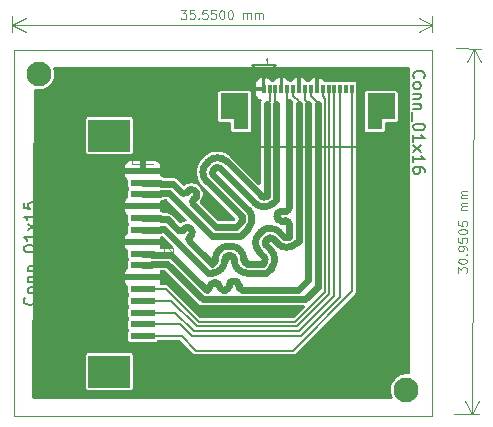
<source format=gbr>
%TF.GenerationSoftware,KiCad,Pcbnew,8.0.3-8.0.3-0~ubuntu22.04.1*%
%TF.CreationDate,2024-07-04T16:51:33+05:30*%
%TF.ProjectId,CSI,4353492e-6b69-4636-9164-5f7063625858,rev?*%
%TF.SameCoordinates,Original*%
%TF.FileFunction,Legend,Bot*%
%TF.FilePolarity,Positive*%
%FSLAX46Y46*%
G04 Gerber Fmt 4.6, Leading zero omitted, Abs format (unit mm)*
G04 Created by KiCad (PCBNEW 8.0.3-8.0.3-0~ubuntu22.04.1) date 2024-07-04 16:51:33*
%MOMM*%
%LPD*%
G01*
G04 APERTURE LIST*
%ADD10C,2.100000*%
%TA.AperFunction,EtchedComponent*%
%ADD11C,0.000000*%
%TD*%
%TA.AperFunction,SMDPad,CuDef*%
%ADD12R,2.000000X0.610000*%
%TD*%
%TA.AperFunction,SMDPad,CuDef*%
%ADD13R,3.600000X2.680000*%
%TD*%
%TA.AperFunction,SMDPad,CuDef*%
%ADD14R,0.300000X0.800000*%
%TD*%
%TA.AperFunction,SMDPad,CuDef*%
%ADD15R,1.300000X3.049999*%
%TD*%
%TA.AperFunction,Conductor*%
%ADD16C,0.600000*%
%TD*%
%TA.AperFunction,Conductor*%
%ADD17C,0.200000*%
%TD*%
%ADD18C,0.000000*%
%ADD19R,2.000000X0.610000*%
%ADD20R,3.600000X2.680000*%
%ADD21R,0.300000X0.800000*%
%ADD22R,1.300000X3.049999*%
%ADD23C,0.100000*%
%ADD24C,0.150000*%
%ADD25C,0.120000*%
%ADD26C,0.152400*%
%TA.AperFunction,Profile*%
%ADD27C,0.100000*%
%TD*%
G04 APERTURE END LIST*
D10*
%TO.C,H2*%
X172350000Y-113950000D03*
%TD*%
%TO.C,H1*%
X141225000Y-87225000D03*
%TD*%
D11*
%TA.AperFunction,EtchedComponent*%
%TO.C,J1*%
G36*
X157724992Y-91075000D02*
G01*
X156624992Y-91075000D01*
X156624992Y-88875000D01*
X157724992Y-88875000D01*
X157724992Y-91075000D01*
G37*
%TD.AperFunction*%
%TA.AperFunction,EtchedComponent*%
G36*
X171424992Y-91075000D02*
G01*
X170324992Y-91075000D01*
X170324992Y-88875000D01*
X171424992Y-88875000D01*
X171424992Y-91075000D01*
G37*
%TD.AperFunction*%
%TD*%
D12*
%TO.P,J2,1,Pin_1*%
%TO.N,GND*%
X150025000Y-95425000D03*
%TO.P,J2,2,Pin_2*%
%TO.N,MIPO_DN0*%
X150025000Y-96425000D03*
%TO.P,J2,3,Pin_3*%
%TO.N,MIPO_DP0*%
X150025000Y-97425000D03*
%TO.P,J2,4,Pin_4*%
%TO.N,GND*%
X150025000Y-98425000D03*
%TO.P,J2,5,Pin_5*%
%TO.N,MIPO_DN1*%
X150025000Y-99425000D03*
%TO.P,J2,6,Pin_6*%
%TO.N,MIPO_DP1*%
X150025000Y-100425000D03*
%TO.P,J2,7,Pin_7*%
%TO.N,GND*%
X150025000Y-101425000D03*
%TO.P,J2,8,Pin_8*%
%TO.N,MIPO_CKN*%
X150025000Y-102425000D03*
%TO.P,J2,9,Pin_9*%
%TO.N,MIPO_CKP*%
X150025000Y-103425000D03*
%TO.P,J2,10,Pin_10*%
%TO.N,GND*%
X150025000Y-104425000D03*
%TO.P,J2,11,Pin_11*%
%TO.N,SENSOR_RSTN*%
X150025000Y-105425000D03*
%TO.P,J2,12,Pin_12*%
%TO.N,SENSOR_CLK*%
X150025000Y-106425000D03*
%TO.P,J2,13,Pin_13*%
%TO.N,I2C_SCL*%
X150025000Y-107425000D03*
%TO.P,J2,14,Pin_14*%
%TO.N,I2C_SDA*%
X150025000Y-108425000D03*
%TO.P,J2,15,Pin_15*%
%TO.N,3V3*%
X150025000Y-109425000D03*
D13*
%TO.P,J2,MP*%
%TO.N,N/C*%
X147225000Y-92435000D03*
X147225000Y-112415000D03*
%TD*%
D14*
%TO.P,J1,1,Pin_1*%
%TO.N,GND*%
X160275000Y-88475000D03*
%TO.P,J1,2,Pin_2*%
%TO.N,MIPO_DN0*%
X160774998Y-88475000D03*
%TO.P,J1,3,Pin_3*%
%TO.N,MIPO_DP0*%
X161275000Y-88475000D03*
%TO.P,J1,4,Pin_4*%
%TO.N,GND*%
X161774999Y-88475000D03*
%TO.P,J1,5,Pin_5*%
%TO.N,MIPO_DN1*%
X162275001Y-88475000D03*
%TO.P,J1,6,Pin_6*%
%TO.N,MIPO_DP1*%
X162775000Y-88475000D03*
%TO.P,J1,7,Pin_7*%
%TO.N,GND*%
X163274999Y-88475000D03*
%TO.P,J1,8,Pin_8*%
%TO.N,MIPO_CKN*%
X163775000Y-88475000D03*
%TO.P,J1,9,Pin_9*%
%TO.N,MIPO_CKP*%
X164274999Y-88475000D03*
%TO.P,J1,10,Pin_10*%
%TO.N,GND*%
X164775001Y-88475000D03*
%TO.P,J1,11,Pin_11*%
%TO.N,SENSOR_RSTN*%
X165275000Y-88475000D03*
%TO.P,J1,12,Pin_12*%
%TO.N,SENSOR_CLK*%
X165774999Y-88475000D03*
%TO.P,J1,13,Pin_13*%
%TO.N,I2C_SCL*%
X166275000Y-88475000D03*
%TO.P,J1,14,Pin_14*%
%TO.N,I2C_SDA*%
X166774999Y-88475000D03*
%TO.P,J1,15,Pin_15*%
%TO.N,unconnected-(J1-Pin_15-Pad15)*%
X167275001Y-88475000D03*
%TO.P,J1,16,Pin_16*%
%TO.N,3V3*%
X167775000Y-88475000D03*
D15*
%TO.P,J1,P1*%
%TO.N,N/C*%
X158375000Y-90400000D03*
%TO.P,J1,P2*%
X169674984Y-90400000D03*
%TD*%
D16*
%TO.N,MIPO_DN1*%
X162450000Y-98524869D02*
G75*
G02*
X162130000Y-98844900I-320000J-31D01*
G01*
X161714911Y-98844869D02*
G75*
G03*
X161394869Y-99164869I-11J-320031D01*
G01*
X161394911Y-99324869D02*
G75*
G03*
X161714911Y-99644889I319989J-31D01*
G01*
X162425736Y-89574264D02*
X162450000Y-89598528D01*
X162450000Y-89598528D02*
X162450000Y-90024869D01*
X162130000Y-98844869D02*
X161714911Y-98844869D01*
X162130000Y-99644869D02*
G75*
G02*
X162450031Y-99964869I0J-320031D01*
G01*
X161394911Y-99164869D02*
X161394911Y-99324869D01*
X162450000Y-99964869D02*
X162450000Y-100124869D01*
X162450000Y-100703453D02*
X162450000Y-100800000D01*
X162450000Y-90024869D02*
X162450000Y-98524869D01*
X161714911Y-99644869D02*
X162130000Y-99644869D01*
X162450000Y-100124869D02*
X162450000Y-100703453D01*
%TO.N,MIPO_DP1*%
X160752944Y-103837741D02*
X160515686Y-104075000D01*
X160894363Y-102140683D02*
G75*
G02*
X160894363Y-103696317I-777863J-777817D01*
G01*
X160894363Y-103696317D02*
X160752944Y-103837741D01*
X163250000Y-100800000D02*
X163250000Y-101340686D01*
X161042856Y-101157805D02*
G75*
G03*
X160618592Y-101157805I-212132J-212132D01*
G01*
X163250000Y-89775002D02*
X163250000Y-100800000D01*
%TO.N,MIPO_DN1*%
X160328679Y-103130633D02*
X160187258Y-103272055D01*
%TO.N,MIPO_DP1*%
X160618592Y-101157805D02*
X160477170Y-101299226D01*
X160477170Y-101299226D02*
G75*
G03*
X160477128Y-101723532I212130J-212174D01*
G01*
X160477170Y-101723490D02*
X160894363Y-102140683D01*
X160515686Y-104075000D02*
X160075000Y-104075000D01*
X161460050Y-101574999D02*
X161042856Y-101157805D01*
%TO.N,MIPO_DN1*%
X160075000Y-103275000D02*
X159592157Y-103275000D01*
%TO.N,MIPO_DP1*%
X163250000Y-101340686D02*
X163015685Y-101574999D01*
X163015685Y-101574999D02*
G75*
G02*
X161460051Y-101574999I-777817J777816D01*
G01*
X160075000Y-104075000D02*
X159592157Y-104075000D01*
%TO.N,MIPO_DN1*%
X160052908Y-100592120D02*
X159911486Y-100733541D01*
X159911486Y-102289176D02*
X160328679Y-102706369D01*
X160187258Y-103272055D02*
X160184314Y-103275000D01*
X160184314Y-103275000D02*
X160075000Y-103275000D01*
X162450000Y-101009314D02*
G75*
G02*
X162025736Y-101009314I-212132J212132D01*
G01*
X161608542Y-100592120D02*
G75*
G03*
X160052908Y-100592120I-777817J-777818D01*
G01*
X159911486Y-100733541D02*
G75*
G03*
X159911444Y-102289217I777814J-777859D01*
G01*
X160328679Y-102706369D02*
G75*
G02*
X160328678Y-103130632I-212179J-212131D01*
G01*
X162450000Y-100800000D02*
X162450000Y-101009314D01*
X162025736Y-101009314D02*
X161608542Y-100592120D01*
D17*
X162275001Y-88475000D02*
X162275001Y-89800003D01*
X162275001Y-89800003D02*
X162350000Y-89875002D01*
D16*
X153014990Y-100399304D02*
G75*
G03*
X153467538Y-100399304I226274J226273D01*
G01*
X153580676Y-100286167D02*
G75*
G02*
X154033224Y-100286167I226274J-226273D01*
G01*
X154146361Y-100851852D02*
X154033222Y-100964988D01*
X155094999Y-102479313D02*
X155282843Y-102667157D01*
X154146361Y-100399304D02*
G75*
G02*
X154146383Y-100851874I-226261J-226296D01*
G01*
X154033222Y-100964988D02*
G75*
G03*
X154033184Y-101417574I226278J-226312D01*
G01*
X154146360Y-101530674D02*
X155094999Y-102479313D01*
X152553134Y-99937448D02*
X153014990Y-100399304D01*
X153467538Y-100399304D02*
X153580676Y-100286167D01*
X154033222Y-101417536D02*
X154146360Y-101530674D01*
X154033224Y-100286167D02*
X154146361Y-100399304D01*
%TO.N,MIPO_DP1*%
X151987448Y-100503134D02*
X154717157Y-103232843D01*
X157490686Y-102595000D02*
G75*
G02*
X157790700Y-102895000I14J-300000D01*
G01*
X155890686Y-104075000D02*
G75*
G03*
X156990700Y-102975000I14J1100000D01*
G01*
%TO.N,MIPO_DN1*%
X155282843Y-102667157D02*
X155890686Y-103275000D01*
X158890686Y-103275000D02*
X159090686Y-103275000D01*
X156190686Y-102895000D02*
G75*
G02*
X157290686Y-101794986I1100014J0D01*
G01*
X157490686Y-101795000D02*
G75*
G02*
X158590700Y-102895000I14J-1100000D01*
G01*
X158590686Y-102975000D02*
G75*
G03*
X158890686Y-103275014I300014J0D01*
G01*
X157290686Y-101795000D02*
X157490686Y-101795000D01*
X159090686Y-103275000D02*
X159592157Y-103275000D01*
X155890686Y-103275000D02*
G75*
G03*
X156190700Y-102975000I14J300000D01*
G01*
%TO.N,MIPO_DP1*%
X159090686Y-104075000D02*
X159592157Y-104075000D01*
X157790686Y-102895000D02*
X157790686Y-102975000D01*
X156990686Y-102975000D02*
X156990686Y-102895000D01*
X158890686Y-104075000D02*
X159090686Y-104075000D01*
%TO.N,MIPO_DN1*%
X156190686Y-102975000D02*
X156190686Y-102895000D01*
%TO.N,MIPO_DP1*%
X157290686Y-102595000D02*
X157490686Y-102595000D01*
X155559314Y-104075000D02*
X155890686Y-104075000D01*
X156990686Y-102895000D02*
G75*
G02*
X157290686Y-102594986I300014J0D01*
G01*
%TO.N,MIPO_DN1*%
X158590686Y-102895000D02*
X158590686Y-102975000D01*
%TO.N,MIPO_DP1*%
X154717157Y-103232843D02*
X155559314Y-104075000D01*
X157790686Y-102975000D02*
G75*
G03*
X158890686Y-104075014I1100014J0D01*
G01*
%TO.N,MIPO_DN0*%
X152784869Y-96719183D02*
X152590686Y-96525000D01*
X153198853Y-97133167D02*
X152784869Y-96719183D01*
X153311988Y-97246301D02*
X153198853Y-97133167D01*
X153945596Y-97065243D02*
X153764537Y-97246301D01*
X152590686Y-96525000D02*
X151625001Y-96525000D01*
X154330224Y-97811989D02*
X154511282Y-97630930D01*
X151625001Y-96525000D02*
X151525001Y-96425000D01*
X155372037Y-99306351D02*
X154330224Y-98264538D01*
X153764537Y-97246301D02*
G75*
G02*
X153311989Y-97246301I-226274J226274D01*
G01*
X154398144Y-97065243D02*
G75*
G03*
X153945596Y-97065243I-226274J-226273D01*
G01*
X151525001Y-96425000D02*
X150025000Y-96425000D01*
X154511282Y-97630930D02*
G75*
G03*
X154511238Y-97178426I-226282J226230D01*
G01*
X154511282Y-97178381D02*
X154398144Y-97065243D01*
X154330224Y-98264538D02*
G75*
G02*
X154330260Y-97812026I226276J226238D01*
G01*
%TO.N,MIPO_CKN*%
X154844617Y-104903931D02*
X155440686Y-105500000D01*
X152465686Y-102525000D02*
X154844617Y-104903931D01*
X155440686Y-105500000D02*
G75*
G03*
X155740700Y-105200000I14J300000D01*
G01*
X150820000Y-102525000D02*
X152465686Y-102525000D01*
X163175000Y-105500000D02*
X164050000Y-104625000D01*
X150720000Y-102425000D02*
X150820000Y-102525000D01*
X164050000Y-104625000D02*
X164050000Y-89800000D01*
X150025000Y-102425000D02*
X150720000Y-102425000D01*
X155740686Y-105200000D02*
G75*
G02*
X156040686Y-104899986I300014J0D01*
G01*
X158160686Y-105180000D02*
G75*
G03*
X158480686Y-105500014I320014J0D01*
G01*
X157840686Y-104752357D02*
G75*
G02*
X158160743Y-105072357I14J-320043D01*
G01*
X157360686Y-105072357D02*
G75*
G02*
X157680686Y-104752386I320014J-43D01*
G01*
X157040686Y-105500000D02*
G75*
G03*
X157360700Y-105180000I14J320000D01*
G01*
X158640686Y-105500000D02*
X159463556Y-105500000D01*
X156240686Y-104900000D02*
G75*
G02*
X156540700Y-105200000I14J-300000D01*
G01*
X156540686Y-105200000D02*
G75*
G03*
X156840686Y-105500014I300014J0D01*
G01*
X156040686Y-104900000D02*
X156240686Y-104900000D01*
X156840686Y-105500000D02*
X157040686Y-105500000D01*
X157360686Y-105180000D02*
X157360686Y-105072357D01*
X157680686Y-104752357D02*
X157840686Y-104752357D01*
X159463556Y-105500000D02*
X163175000Y-105500000D01*
X158160686Y-105072357D02*
X158160686Y-105180000D01*
X158480686Y-105500000D02*
X158640686Y-105500000D01*
%TO.N,MIPO_DN0*%
X155447972Y-96325663D02*
X158403678Y-99281369D01*
X158262258Y-99847055D02*
X157936976Y-100172338D01*
X160525000Y-89800000D02*
X160525000Y-90491947D01*
X158403678Y-99281369D02*
G75*
G02*
X158403677Y-99705632I-212178J-212131D01*
G01*
X155447972Y-94770028D02*
G75*
G03*
X155448017Y-96325617I777828J-777772D01*
G01*
X158403678Y-99705633D02*
X158262258Y-99847055D01*
%TO.N,MIPO_DP0*%
X151525001Y-97425000D02*
X150025000Y-97425000D01*
%TO.N,MIPO_DN0*%
X155589394Y-94628607D02*
X155447972Y-94770028D01*
%TO.N,MIPO_DP0*%
X159535050Y-98149999D02*
X156579343Y-95194292D01*
X151625001Y-97325000D02*
X151525001Y-97425000D01*
%TO.N,MIPO_DN0*%
X157145029Y-94628607D02*
G75*
G03*
X155589395Y-94628607I-777817J-777816D01*
G01*
%TO.N,MIPO_DP0*%
X152259314Y-97325000D02*
X151625001Y-97325000D01*
X154806351Y-99872037D02*
X152259314Y-97325000D01*
%TO.N,MIPO_DN0*%
X160525000Y-97584314D02*
G75*
G02*
X160100736Y-97584314I-212132J212132D01*
G01*
%TO.N,MIPO_DP0*%
X155906652Y-100972338D02*
X154806351Y-99872037D01*
%TO.N,MIPO_DN0*%
X160100736Y-97584314D02*
X157145029Y-94628607D01*
X160525000Y-90491947D02*
X160525000Y-97584314D01*
%TO.N,MIPO_DP0*%
X158969363Y-98715683D02*
G75*
G02*
X158969363Y-100271318I-777863J-777817D01*
G01*
X156155079Y-95194292D02*
X156013657Y-95335713D01*
X161325000Y-90491947D02*
X161325000Y-97915686D01*
X161325000Y-97915686D02*
X161090685Y-98149999D01*
X156579343Y-95194292D02*
G75*
G03*
X156155079Y-95194292I-212132J-212132D01*
G01*
X156013657Y-95759977D02*
X158969363Y-98715683D01*
X161090685Y-98149999D02*
G75*
G02*
X159535051Y-98149999I-777817J777816D01*
G01*
X158827944Y-100412741D02*
X158268348Y-100972338D01*
X158969363Y-100271318D02*
X158827944Y-100412741D01*
X156013657Y-95335713D02*
G75*
G03*
X156013702Y-95759932I212143J-212087D01*
G01*
X161325000Y-89800000D02*
X161325000Y-90491947D01*
X158268348Y-100972338D02*
X155906652Y-100972338D01*
%TO.N,MIPO_DN0*%
X157936976Y-100172338D02*
X156238024Y-100172338D01*
X156238024Y-100172338D02*
X155372037Y-99306351D01*
%TO.N,MIPO_CKP*%
X164850000Y-105265686D02*
X164850000Y-89800000D01*
X163815686Y-106300000D02*
X164850000Y-105265686D01*
X155109314Y-106300000D02*
X163815686Y-106300000D01*
X152134314Y-103325000D02*
X155109314Y-106300000D01*
X150820000Y-103325000D02*
X152134314Y-103325000D01*
X150720000Y-103425000D02*
X150820000Y-103325000D01*
X150025000Y-103425000D02*
X150720000Y-103425000D01*
%TO.N,MIPO_DN1*%
X151625001Y-99525000D02*
X151649958Y-99525000D01*
%TO.N,MIPO_DP1*%
X150025000Y-100425000D02*
X150990143Y-100425000D01*
X150990143Y-100425000D02*
X151525001Y-100425000D01*
%TO.N,MIPO_DN1*%
X150025000Y-99425000D02*
X150990143Y-99425000D01*
X150990143Y-99425000D02*
X151525001Y-99425000D01*
X151525001Y-99425000D02*
X151625001Y-99525000D01*
D17*
%TO.N,MIPO_DP1*%
X163250000Y-89550000D02*
X163250000Y-89775002D01*
X162775000Y-89075000D02*
X163250000Y-89550000D01*
X162775000Y-88475000D02*
X162775000Y-89075000D01*
D16*
X151525001Y-100425000D02*
X151625001Y-100325000D01*
X151625001Y-100325000D02*
X151649958Y-100325000D01*
X151649958Y-100325000D02*
X151809314Y-100325000D01*
X151809314Y-100325000D02*
X151987448Y-100503134D01*
%TO.N,MIPO_DN1*%
X151649958Y-99525000D02*
X152140686Y-99525000D01*
X152140686Y-99525000D02*
X152553134Y-99937448D01*
D17*
%TO.N,MIPO_DP0*%
X161275000Y-88475000D02*
X161275000Y-89750000D01*
X161275000Y-89750000D02*
X161325000Y-89800000D01*
%TO.N,MIPO_DN0*%
X160774998Y-88475000D02*
X160774998Y-89550002D01*
X160774998Y-89550002D02*
X160525000Y-89800000D01*
%TO.N,3V3*%
X150025000Y-109425000D02*
X153325000Y-109425000D01*
X153325000Y-109425000D02*
X154550000Y-110650000D01*
X154550000Y-110650000D02*
X162762744Y-110650000D01*
X162762744Y-110650000D02*
X167775000Y-105637744D01*
X167775000Y-105637744D02*
X167775000Y-88475000D01*
%TO.N,I2C_SDA*%
X150025000Y-108425000D02*
X153234314Y-108425000D01*
X153234314Y-108425000D02*
X154209314Y-109400000D01*
X163447058Y-109400000D02*
X166774999Y-106072059D01*
X154209314Y-109400000D02*
X163447058Y-109400000D01*
X166774999Y-106072059D02*
X166774999Y-88475000D01*
%TO.N,I2C_SCL*%
X150025000Y-107425000D02*
X152800000Y-107425000D01*
X152800000Y-107425000D02*
X154375000Y-109000000D01*
X163281372Y-109000000D02*
X154375000Y-109000000D01*
X166275000Y-106006372D02*
X163281372Y-109000000D01*
X166275000Y-88475000D02*
X166275000Y-106006372D01*
%TO.N,SENSOR_CLK*%
X150025000Y-106425000D02*
X152459314Y-106425000D01*
X152459314Y-106425000D02*
X154634314Y-108600000D01*
X163115686Y-108600000D02*
X165850000Y-105865686D01*
X154634314Y-108600000D02*
X163115686Y-108600000D01*
X165850000Y-105865686D02*
X165850000Y-89134316D01*
X165850000Y-89134316D02*
X165774999Y-89059315D01*
X165774999Y-89059315D02*
X165774999Y-88475000D01*
%TO.N,SENSOR_RSTN*%
X165275000Y-88475000D02*
X165275000Y-89125001D01*
X165275000Y-89125001D02*
X165450000Y-89300001D01*
X165450000Y-89300001D02*
X165450000Y-105700000D01*
X165450000Y-105700000D02*
X162950000Y-108200000D01*
X162950000Y-108200000D02*
X154800000Y-108200000D01*
X154800000Y-108200000D02*
X152025000Y-105425000D01*
X152025000Y-105425000D02*
X150025000Y-105425000D01*
%TO.N,MIPO_CKN*%
X163775000Y-88475000D02*
X163775000Y-89451474D01*
X163775000Y-89451474D02*
X164050000Y-89726474D01*
X164050000Y-89726474D02*
X164050000Y-89800000D01*
%TO.N,MIPO_CKP*%
X164274999Y-88475000D02*
X164274999Y-89124998D01*
X164274999Y-89124998D02*
X164850000Y-89699999D01*
X164850000Y-89699999D02*
X164850000Y-89800000D01*
%TD*%
%TA.AperFunction,Conductor*%
%TO.N,GND*%
G36*
X172593039Y-86669685D02*
G01*
X172638794Y-86722489D01*
X172650000Y-86774000D01*
X172650000Y-112535618D01*
X172630315Y-112602657D01*
X172577511Y-112648412D01*
X172508353Y-112658356D01*
X172506603Y-112658092D01*
X172452352Y-112649500D01*
X172247648Y-112649500D01*
X172223329Y-112653351D01*
X172045465Y-112681522D01*
X171850776Y-112744781D01*
X171668386Y-112837715D01*
X171502786Y-112958028D01*
X171358028Y-113102786D01*
X171237715Y-113268386D01*
X171144781Y-113450776D01*
X171081522Y-113645465D01*
X171049500Y-113847648D01*
X171049500Y-114052351D01*
X171081522Y-114254534D01*
X171118726Y-114369035D01*
X171144780Y-114449219D01*
X171144781Y-114449222D01*
X171144782Y-114449223D01*
X171180694Y-114519705D01*
X171193590Y-114588375D01*
X171167313Y-114653115D01*
X171110207Y-114693372D01*
X171070209Y-114700000D01*
X140799665Y-114700000D01*
X140732626Y-114680315D01*
X140686871Y-114627511D01*
X140675667Y-114575337D01*
X140694491Y-111055247D01*
X145224500Y-111055247D01*
X145224500Y-113774752D01*
X145236131Y-113833229D01*
X145236132Y-113833230D01*
X145280447Y-113899552D01*
X145346769Y-113943867D01*
X145346770Y-113943868D01*
X145405247Y-113955499D01*
X145405250Y-113955500D01*
X145405252Y-113955500D01*
X149044750Y-113955500D01*
X149044751Y-113955499D01*
X149059568Y-113952552D01*
X149103229Y-113943868D01*
X149103229Y-113943867D01*
X149103231Y-113943867D01*
X149169552Y-113899552D01*
X149213867Y-113833231D01*
X149213867Y-113833229D01*
X149213868Y-113833229D01*
X149225499Y-113774752D01*
X149225500Y-113774750D01*
X149225500Y-111055249D01*
X149225499Y-111055247D01*
X149213868Y-110996770D01*
X149213867Y-110996769D01*
X149169552Y-110930447D01*
X149103230Y-110886132D01*
X149103229Y-110886131D01*
X149044752Y-110874500D01*
X149044748Y-110874500D01*
X145405252Y-110874500D01*
X145405247Y-110874500D01*
X145346770Y-110886131D01*
X145346769Y-110886132D01*
X145280447Y-110930447D01*
X145236132Y-110996769D01*
X145236131Y-110996770D01*
X145224500Y-111055247D01*
X140694491Y-111055247D01*
X140726405Y-105087187D01*
X140776737Y-95675000D01*
X148525000Y-95675000D01*
X148525000Y-95777844D01*
X148531401Y-95837372D01*
X148531403Y-95837379D01*
X148581645Y-95972086D01*
X148581649Y-95972093D01*
X148667809Y-96087187D01*
X148667812Y-96087190D01*
X148774811Y-96167290D01*
X148816682Y-96223223D01*
X148824500Y-96266556D01*
X148824500Y-96749752D01*
X148836131Y-96808229D01*
X148836132Y-96808230D01*
X148868124Y-96856109D01*
X148889002Y-96922786D01*
X148870518Y-96990167D01*
X148868124Y-96993891D01*
X148836132Y-97041769D01*
X148836131Y-97041770D01*
X148824500Y-97100247D01*
X148824500Y-97583443D01*
X148804815Y-97650482D01*
X148774812Y-97682709D01*
X148667809Y-97762812D01*
X148581649Y-97877906D01*
X148581645Y-97877913D01*
X148531403Y-98012620D01*
X148531401Y-98012627D01*
X148525000Y-98072155D01*
X148525000Y-98175000D01*
X151525000Y-98175000D01*
X151525000Y-98072172D01*
X151524999Y-98072163D01*
X151522866Y-98052325D01*
X151535269Y-97983565D01*
X151582878Y-97932426D01*
X151614055Y-97919293D01*
X151718187Y-97891392D01*
X151769409Y-97861819D01*
X151803541Y-97842113D01*
X151865541Y-97825500D01*
X152000638Y-97825500D01*
X152067677Y-97845185D01*
X152088319Y-97861819D01*
X153722496Y-99495996D01*
X153755981Y-99557319D01*
X153750997Y-99627011D01*
X153709125Y-99682944D01*
X153659007Y-99705294D01*
X153567624Y-99723471D01*
X153567614Y-99723474D01*
X153418303Y-99785320D01*
X153418290Y-99785327D01*
X153317395Y-99852744D01*
X153250717Y-99873622D01*
X153183337Y-99855137D01*
X153160823Y-99837323D01*
X152448002Y-99124502D01*
X152448000Y-99124500D01*
X152377861Y-99084005D01*
X152333873Y-99058608D01*
X152269811Y-99041443D01*
X152206578Y-99024500D01*
X152206577Y-99024500D01*
X151865541Y-99024500D01*
X151803541Y-99007887D01*
X151718190Y-98958609D01*
X151718191Y-98958609D01*
X151691866Y-98951555D01*
X151614060Y-98930707D01*
X151554401Y-98894343D01*
X151523872Y-98831496D01*
X151522866Y-98797673D01*
X151524999Y-98777834D01*
X151525000Y-98777827D01*
X151525000Y-98675000D01*
X148525000Y-98675000D01*
X148525000Y-98777844D01*
X148531401Y-98837372D01*
X148531403Y-98837379D01*
X148581645Y-98972086D01*
X148581649Y-98972093D01*
X148667809Y-99087187D01*
X148667812Y-99087190D01*
X148774811Y-99167290D01*
X148816682Y-99223223D01*
X148824500Y-99266556D01*
X148824500Y-99749752D01*
X148836131Y-99808229D01*
X148836132Y-99808230D01*
X148868124Y-99856109D01*
X148889002Y-99922786D01*
X148870518Y-99990167D01*
X148868124Y-99993891D01*
X148836132Y-100041769D01*
X148836131Y-100041770D01*
X148824500Y-100100247D01*
X148824500Y-100583443D01*
X148804815Y-100650482D01*
X148774812Y-100682709D01*
X148667809Y-100762812D01*
X148581649Y-100877906D01*
X148581645Y-100877913D01*
X148531403Y-101012620D01*
X148531401Y-101012627D01*
X148525000Y-101072155D01*
X148525000Y-101175000D01*
X151525000Y-101175000D01*
X151525000Y-101072172D01*
X151524999Y-101072165D01*
X151523583Y-101058994D01*
X151535986Y-100990234D01*
X151583594Y-100939095D01*
X151651293Y-100921813D01*
X151717588Y-100943875D01*
X151734553Y-100958053D01*
X152589319Y-101812819D01*
X152622804Y-101874142D01*
X152617820Y-101943834D01*
X152575948Y-101999767D01*
X152510484Y-102024184D01*
X152501638Y-102024500D01*
X151627398Y-102024500D01*
X151560359Y-102004815D01*
X151514604Y-101952011D01*
X151504660Y-101882853D01*
X151511217Y-101857165D01*
X151518596Y-101837380D01*
X151518598Y-101837372D01*
X151524999Y-101777844D01*
X151525000Y-101777827D01*
X151525000Y-101675000D01*
X148525000Y-101675000D01*
X148525000Y-101777844D01*
X148531401Y-101837372D01*
X148531403Y-101837379D01*
X148581645Y-101972086D01*
X148581649Y-101972093D01*
X148667809Y-102087187D01*
X148667812Y-102087190D01*
X148774811Y-102167290D01*
X148816682Y-102223223D01*
X148824500Y-102266556D01*
X148824500Y-102749752D01*
X148836131Y-102808229D01*
X148836132Y-102808230D01*
X148868124Y-102856109D01*
X148889002Y-102922786D01*
X148870518Y-102990167D01*
X148868124Y-102993891D01*
X148836132Y-103041769D01*
X148836131Y-103041770D01*
X148824500Y-103100247D01*
X148824500Y-103583443D01*
X148804815Y-103650482D01*
X148774812Y-103682709D01*
X148667809Y-103762812D01*
X148581649Y-103877906D01*
X148581645Y-103877913D01*
X148531403Y-104012620D01*
X148531401Y-104012627D01*
X148525000Y-104072155D01*
X148525000Y-104175000D01*
X151525000Y-104175000D01*
X151525000Y-104072172D01*
X151524999Y-104072155D01*
X151518598Y-104012627D01*
X151518596Y-104012619D01*
X151511217Y-103992835D01*
X151506231Y-103923144D01*
X151539715Y-103861820D01*
X151601038Y-103828334D01*
X151627398Y-103825500D01*
X151875638Y-103825500D01*
X151942677Y-103845185D01*
X151963319Y-103861819D01*
X154708814Y-106607314D01*
X154802000Y-106700500D01*
X154879397Y-106745185D01*
X154887300Y-106749748D01*
X154887302Y-106749749D01*
X154916125Y-106766391D01*
X154916127Y-106766391D01*
X154916128Y-106766392D01*
X155043421Y-106800500D01*
X155043422Y-106800500D01*
X155043423Y-106800500D01*
X163625166Y-106800500D01*
X163692205Y-106820185D01*
X163737960Y-106872989D01*
X163747904Y-106942147D01*
X163718879Y-107005703D01*
X163712847Y-107012181D01*
X162861848Y-107863181D01*
X162800525Y-107896666D01*
X162774167Y-107899500D01*
X154975833Y-107899500D01*
X154908794Y-107879815D01*
X154888152Y-107863181D01*
X152209514Y-105184542D01*
X152201645Y-105179999D01*
X152140989Y-105144979D01*
X152064562Y-105124500D01*
X152064560Y-105124500D01*
X151590101Y-105124500D01*
X151523062Y-105104815D01*
X151477307Y-105052011D01*
X151467363Y-104982853D01*
X151473919Y-104957167D01*
X151518596Y-104837379D01*
X151518598Y-104837372D01*
X151524999Y-104777844D01*
X151525000Y-104777827D01*
X151525000Y-104675000D01*
X148525000Y-104675000D01*
X148525000Y-104777844D01*
X148531401Y-104837372D01*
X148531403Y-104837379D01*
X148581645Y-104972086D01*
X148581649Y-104972093D01*
X148667809Y-105087187D01*
X148667812Y-105087190D01*
X148774811Y-105167290D01*
X148816682Y-105223223D01*
X148824500Y-105266556D01*
X148824500Y-105749752D01*
X148836131Y-105808229D01*
X148836132Y-105808230D01*
X148868124Y-105856109D01*
X148889002Y-105922786D01*
X148870518Y-105990167D01*
X148868124Y-105993891D01*
X148836132Y-106041769D01*
X148836131Y-106041770D01*
X148824500Y-106100247D01*
X148824500Y-106749752D01*
X148836131Y-106808229D01*
X148836132Y-106808230D01*
X148868124Y-106856109D01*
X148889002Y-106922786D01*
X148870518Y-106990167D01*
X148868124Y-106993891D01*
X148836132Y-107041769D01*
X148836131Y-107041770D01*
X148824500Y-107100247D01*
X148824500Y-107749752D01*
X148836131Y-107808229D01*
X148836132Y-107808230D01*
X148868124Y-107856109D01*
X148889002Y-107922786D01*
X148870518Y-107990167D01*
X148868124Y-107993891D01*
X148836132Y-108041769D01*
X148836131Y-108041770D01*
X148824500Y-108100247D01*
X148824500Y-108749752D01*
X148836131Y-108808229D01*
X148836132Y-108808230D01*
X148868124Y-108856109D01*
X148889002Y-108922786D01*
X148870518Y-108990167D01*
X148868124Y-108993891D01*
X148836132Y-109041769D01*
X148836131Y-109041770D01*
X148824500Y-109100247D01*
X148824500Y-109749752D01*
X148836131Y-109808229D01*
X148836132Y-109808230D01*
X148880447Y-109874552D01*
X148946769Y-109918867D01*
X148946770Y-109918868D01*
X149005247Y-109930499D01*
X149005250Y-109930500D01*
X149005252Y-109930500D01*
X151044750Y-109930500D01*
X151044751Y-109930499D01*
X151059568Y-109927552D01*
X151103229Y-109918868D01*
X151103229Y-109918867D01*
X151103231Y-109918867D01*
X151169552Y-109874552D01*
X151213867Y-109808231D01*
X151213867Y-109808226D01*
X151216430Y-109802044D01*
X151260273Y-109747642D01*
X151326567Y-109725579D01*
X151330990Y-109725500D01*
X153149167Y-109725500D01*
X153216206Y-109745185D01*
X153236848Y-109761819D01*
X154365489Y-110890460D01*
X154424829Y-110924720D01*
X154434008Y-110930020D01*
X154434012Y-110930022D01*
X154510438Y-110950500D01*
X154510440Y-110950500D01*
X162802304Y-110950500D01*
X162802306Y-110950500D01*
X162878733Y-110930021D01*
X162947255Y-110890460D01*
X163003204Y-110834511D01*
X168015460Y-105822255D01*
X168024096Y-105807297D01*
X168055021Y-105753733D01*
X168075500Y-105677306D01*
X168075500Y-89048266D01*
X168095185Y-88981227D01*
X168096398Y-88979374D01*
X168113867Y-88953231D01*
X168125500Y-88894748D01*
X168125500Y-88855247D01*
X168824484Y-88855247D01*
X168824484Y-91944752D01*
X168836115Y-92003229D01*
X168836116Y-92003230D01*
X168880431Y-92069552D01*
X168946753Y-92113867D01*
X168946754Y-92113868D01*
X169005231Y-92125499D01*
X169005234Y-92125500D01*
X169005236Y-92125500D01*
X170344734Y-92125500D01*
X170344735Y-92125499D01*
X170359552Y-92122552D01*
X170403213Y-92113868D01*
X170403213Y-92113867D01*
X170403215Y-92113867D01*
X170469536Y-92069552D01*
X170513851Y-92003231D01*
X170513851Y-92003229D01*
X170513852Y-92003229D01*
X170525483Y-91944752D01*
X170525484Y-91944750D01*
X170525484Y-91404500D01*
X170545169Y-91337461D01*
X170597973Y-91291706D01*
X170649484Y-91280500D01*
X171424995Y-91280500D01*
X171424995Y-91280499D01*
X171470720Y-91275348D01*
X171553119Y-91235666D01*
X171610141Y-91164163D01*
X171630492Y-91075000D01*
X171630492Y-88875000D01*
X171625340Y-88829272D01*
X171604422Y-88785837D01*
X171585658Y-88746873D01*
X171514155Y-88689851D01*
X171424996Y-88669500D01*
X171424992Y-88669500D01*
X170324992Y-88669500D01*
X170324987Y-88669500D01*
X170287536Y-88673720D01*
X170273652Y-88674500D01*
X169005231Y-88674500D01*
X168946754Y-88686131D01*
X168946753Y-88686132D01*
X168880431Y-88730447D01*
X168836116Y-88796769D01*
X168836115Y-88796770D01*
X168824484Y-88855247D01*
X168125500Y-88855247D01*
X168125500Y-88055252D01*
X168125500Y-88055249D01*
X168125499Y-88055247D01*
X168113868Y-87996770D01*
X168113867Y-87996769D01*
X168069552Y-87930447D01*
X168003230Y-87886132D01*
X168003229Y-87886131D01*
X167944752Y-87874500D01*
X167944748Y-87874500D01*
X167605252Y-87874500D01*
X167549190Y-87885651D01*
X167500809Y-87885650D01*
X167444753Y-87874500D01*
X167444749Y-87874500D01*
X167105253Y-87874500D01*
X167049190Y-87885651D01*
X167000810Y-87885651D01*
X166944747Y-87874500D01*
X166605251Y-87874500D01*
X166549189Y-87885651D01*
X166500808Y-87885650D01*
X166444752Y-87874500D01*
X166444748Y-87874500D01*
X166105252Y-87874500D01*
X166049189Y-87885651D01*
X166000809Y-87885651D01*
X165944747Y-87874500D01*
X165605251Y-87874500D01*
X165549189Y-87885651D01*
X165500808Y-87885650D01*
X165438774Y-87873311D01*
X165439306Y-87870635D01*
X165385410Y-87848835D01*
X165363144Y-87825950D01*
X165282191Y-87717812D01*
X165282188Y-87717809D01*
X165167094Y-87631649D01*
X165167087Y-87631645D01*
X165032380Y-87581403D01*
X165032373Y-87581401D01*
X164972845Y-87575000D01*
X164925001Y-87575000D01*
X164925001Y-88044074D01*
X164924500Y-88054273D01*
X164924500Y-88501000D01*
X164904815Y-88568039D01*
X164852011Y-88613794D01*
X164800500Y-88625000D01*
X164749499Y-88625000D01*
X164682460Y-88605315D01*
X164636705Y-88552511D01*
X164625499Y-88501000D01*
X164625499Y-88054240D01*
X164625001Y-88044104D01*
X164625001Y-87575000D01*
X164577156Y-87575000D01*
X164517628Y-87581401D01*
X164517621Y-87581403D01*
X164382914Y-87631645D01*
X164382907Y-87631649D01*
X164267813Y-87717809D01*
X164267810Y-87717812D01*
X164186858Y-87825950D01*
X164130924Y-87867821D01*
X164111047Y-87872425D01*
X164111224Y-87873312D01*
X164049189Y-87885651D01*
X164000808Y-87885650D01*
X163938774Y-87873311D01*
X163939308Y-87870624D01*
X163885458Y-87848875D01*
X163863140Y-87825950D01*
X163782185Y-87717809D01*
X163667092Y-87631649D01*
X163667085Y-87631645D01*
X163532378Y-87581403D01*
X163532371Y-87581401D01*
X163472843Y-87575000D01*
X163424999Y-87575000D01*
X163424999Y-88044094D01*
X163424500Y-88054252D01*
X163424500Y-88501000D01*
X163404815Y-88568039D01*
X163352011Y-88613794D01*
X163300500Y-88625000D01*
X163249500Y-88625000D01*
X163182461Y-88605315D01*
X163136706Y-88552511D01*
X163125500Y-88501000D01*
X163125500Y-88054273D01*
X163124999Y-88044074D01*
X163124999Y-87575000D01*
X163077154Y-87575000D01*
X163017626Y-87581401D01*
X163017619Y-87581403D01*
X162882912Y-87631645D01*
X162882905Y-87631649D01*
X162767811Y-87717809D01*
X162686855Y-87825951D01*
X162630921Y-87867821D01*
X162611049Y-87872431D01*
X162611225Y-87873312D01*
X162549190Y-87885651D01*
X162500809Y-87885650D01*
X162438775Y-87873311D01*
X162439310Y-87870620D01*
X162385475Y-87848889D01*
X162363140Y-87825950D01*
X162282185Y-87717809D01*
X162167092Y-87631649D01*
X162167085Y-87631645D01*
X162032378Y-87581403D01*
X162032371Y-87581401D01*
X161972843Y-87575000D01*
X161924999Y-87575000D01*
X161924999Y-88044104D01*
X161924501Y-88054240D01*
X161924501Y-88501000D01*
X161904816Y-88568039D01*
X161852012Y-88613794D01*
X161800501Y-88625000D01*
X161749500Y-88625000D01*
X161682461Y-88605315D01*
X161636706Y-88552511D01*
X161625500Y-88501000D01*
X161625500Y-88054273D01*
X161624999Y-88044074D01*
X161624999Y-87575000D01*
X161577154Y-87575000D01*
X161517626Y-87581401D01*
X161517619Y-87581403D01*
X161382912Y-87631645D01*
X161382905Y-87631649D01*
X161267811Y-87717809D01*
X161186855Y-87825951D01*
X161130921Y-87867821D01*
X161111049Y-87872431D01*
X161111225Y-87873312D01*
X161049189Y-87885651D01*
X161000809Y-87885651D01*
X160938773Y-87873312D01*
X160939304Y-87870639D01*
X160885392Y-87848821D01*
X160863143Y-87825950D01*
X160782190Y-87717812D01*
X160782187Y-87717809D01*
X160667093Y-87631649D01*
X160667086Y-87631645D01*
X160532379Y-87581403D01*
X160532372Y-87581401D01*
X160472844Y-87575000D01*
X160425000Y-87575000D01*
X160425000Y-88044063D01*
X160424498Y-88054281D01*
X160424498Y-88501000D01*
X160404813Y-88568039D01*
X160352009Y-88613794D01*
X160300498Y-88625000D01*
X159625000Y-88625000D01*
X159625000Y-88922844D01*
X159631401Y-88982372D01*
X159631403Y-88982379D01*
X159681645Y-89117086D01*
X159681649Y-89117093D01*
X159767809Y-89232187D01*
X159767812Y-89232190D01*
X159882906Y-89318350D01*
X159882913Y-89318354D01*
X160024892Y-89371309D01*
X160023927Y-89373896D01*
X160073208Y-89401952D01*
X160105600Y-89463860D01*
X160099380Y-89533452D01*
X160091372Y-89550064D01*
X160058609Y-89606810D01*
X160058609Y-89606811D01*
X160024500Y-89734108D01*
X160024500Y-96500902D01*
X160004815Y-96567941D01*
X159952011Y-96613696D01*
X159882853Y-96623640D01*
X159819297Y-96594615D01*
X159812819Y-96588583D01*
X157452342Y-94228106D01*
X157418003Y-94193766D01*
X157417986Y-94193751D01*
X157234720Y-94056560D01*
X157234712Y-94056555D01*
X157033787Y-93946841D01*
X157033783Y-93946839D01*
X156952458Y-93916507D01*
X156819276Y-93866833D01*
X156819272Y-93866832D01*
X156819269Y-93866831D01*
X156595573Y-93818168D01*
X156367212Y-93801836D01*
X156367210Y-93801836D01*
X156138849Y-93818168D01*
X155915155Y-93866830D01*
X155700634Y-93946842D01*
X155499710Y-94056555D01*
X155499709Y-94056556D01*
X155316432Y-94193756D01*
X155316418Y-94193768D01*
X155282086Y-94228099D01*
X155282083Y-94228104D01*
X155282081Y-94228106D01*
X155152366Y-94357817D01*
X155143774Y-94366410D01*
X155143729Y-94366452D01*
X155130407Y-94379774D01*
X155130210Y-94379881D01*
X155013075Y-94497027D01*
X155013057Y-94497048D01*
X154875873Y-94680317D01*
X154875871Y-94680319D01*
X154766160Y-94881256D01*
X154766156Y-94881263D01*
X154686157Y-95095772D01*
X154686156Y-95095774D01*
X154637498Y-95319487D01*
X154637497Y-95319497D01*
X154621173Y-95547843D01*
X154621173Y-95547846D01*
X154637511Y-95776205D01*
X154637512Y-95776212D01*
X154680130Y-95972093D01*
X154686184Y-95999917D01*
X154718737Y-96087187D01*
X154766195Y-96214419D01*
X154766196Y-96214421D01*
X154766197Y-96214423D01*
X154823130Y-96318683D01*
X154875926Y-96415365D01*
X155013124Y-96598630D01*
X155013132Y-96598639D01*
X155067091Y-96652596D01*
X157820316Y-99405821D01*
X157853801Y-99467144D01*
X157848817Y-99536836D01*
X157820317Y-99581182D01*
X157765982Y-99635518D01*
X157704659Y-99669004D01*
X157678300Y-99671838D01*
X156496700Y-99671838D01*
X156429661Y-99652153D01*
X156409019Y-99635519D01*
X154899484Y-98125984D01*
X154865999Y-98064661D01*
X154870983Y-97994969D01*
X154899473Y-97950633D01*
X154922412Y-97927690D01*
X155012192Y-97793291D01*
X155074029Y-97643959D01*
X155105545Y-97485433D01*
X155105529Y-97323805D01*
X155073982Y-97165286D01*
X155012116Y-97015966D01*
X155012113Y-97015962D01*
X155012113Y-97015960D01*
X154922314Y-96881591D01*
X154922307Y-96881583D01*
X154865161Y-96824446D01*
X154860177Y-96819463D01*
X154860170Y-96819452D01*
X154860169Y-96819454D01*
X154705455Y-96664740D01*
X154694911Y-96654195D01*
X154694908Y-96654193D01*
X154560529Y-96564403D01*
X154560516Y-96564396D01*
X154411205Y-96502550D01*
X154411195Y-96502547D01*
X154252684Y-96471017D01*
X154252682Y-96471017D01*
X154091058Y-96471017D01*
X154091056Y-96471017D01*
X153932544Y-96502547D01*
X153932534Y-96502550D01*
X153783223Y-96564396D01*
X153783210Y-96564403D01*
X153648831Y-96654193D01*
X153648827Y-96654196D01*
X153625943Y-96677081D01*
X153564620Y-96710566D01*
X153494928Y-96705582D01*
X153450581Y-96677081D01*
X153085125Y-96311625D01*
X153085117Y-96311618D01*
X152898000Y-96124500D01*
X152849765Y-96096651D01*
X152783873Y-96058608D01*
X152720225Y-96041554D01*
X152656578Y-96024500D01*
X152656577Y-96024500D01*
X151865541Y-96024500D01*
X151803541Y-96007887D01*
X151718190Y-95958609D01*
X151718191Y-95958609D01*
X151691866Y-95951555D01*
X151614060Y-95930707D01*
X151554401Y-95894343D01*
X151523872Y-95831496D01*
X151522866Y-95797673D01*
X151524999Y-95777834D01*
X151525000Y-95777827D01*
X151525000Y-95675000D01*
X148525000Y-95675000D01*
X140776737Y-95675000D01*
X140779961Y-95072155D01*
X148525000Y-95072155D01*
X148525000Y-95175000D01*
X149775000Y-95175000D01*
X150275000Y-95175000D01*
X151525000Y-95175000D01*
X151525000Y-95072172D01*
X151524999Y-95072155D01*
X151518598Y-95012627D01*
X151518596Y-95012620D01*
X151468354Y-94877913D01*
X151468350Y-94877906D01*
X151382190Y-94762812D01*
X151382187Y-94762809D01*
X151267093Y-94676649D01*
X151267086Y-94676645D01*
X151132379Y-94626403D01*
X151132372Y-94626401D01*
X151072844Y-94620000D01*
X150275000Y-94620000D01*
X150275000Y-95175000D01*
X149775000Y-95175000D01*
X149775000Y-94620000D01*
X148977155Y-94620000D01*
X148917627Y-94626401D01*
X148917620Y-94626403D01*
X148782913Y-94676645D01*
X148782906Y-94676649D01*
X148667812Y-94762809D01*
X148667809Y-94762812D01*
X148581649Y-94877906D01*
X148581645Y-94877913D01*
X148531403Y-95012620D01*
X148531401Y-95012627D01*
X148525000Y-95072155D01*
X140779961Y-95072155D01*
X140801335Y-91075247D01*
X145224500Y-91075247D01*
X145224500Y-93794752D01*
X145236131Y-93853229D01*
X145236132Y-93853230D01*
X145280447Y-93919552D01*
X145346769Y-93963867D01*
X145346770Y-93963868D01*
X145405247Y-93975499D01*
X145405250Y-93975500D01*
X145405252Y-93975500D01*
X149044750Y-93975500D01*
X149044751Y-93975499D01*
X149059568Y-93972552D01*
X149103229Y-93963868D01*
X149103229Y-93963867D01*
X149103231Y-93963867D01*
X149169552Y-93919552D01*
X149213867Y-93853231D01*
X149213867Y-93853229D01*
X149213868Y-93853229D01*
X149225499Y-93794752D01*
X149225500Y-93794750D01*
X149225500Y-91075249D01*
X149225499Y-91075247D01*
X149213868Y-91016770D01*
X149213867Y-91016769D01*
X149169552Y-90950447D01*
X149103230Y-90906132D01*
X149103229Y-90906131D01*
X149044752Y-90894500D01*
X149044748Y-90894500D01*
X145405252Y-90894500D01*
X145405247Y-90894500D01*
X145346770Y-90906131D01*
X145346769Y-90906132D01*
X145280447Y-90950447D01*
X145236132Y-91016769D01*
X145236131Y-91016770D01*
X145224500Y-91075247D01*
X140801335Y-91075247D01*
X140813101Y-88874995D01*
X156419492Y-88874995D01*
X156419492Y-91075004D01*
X156424643Y-91120728D01*
X156464325Y-91203126D01*
X156464326Y-91203127D01*
X156535829Y-91260149D01*
X156602420Y-91275348D01*
X156624987Y-91280499D01*
X156624992Y-91280500D01*
X157400500Y-91280500D01*
X157467539Y-91300185D01*
X157513294Y-91352989D01*
X157524500Y-91404500D01*
X157524500Y-91944752D01*
X157536131Y-92003229D01*
X157536132Y-92003230D01*
X157580447Y-92069552D01*
X157646769Y-92113867D01*
X157646770Y-92113868D01*
X157705247Y-92125499D01*
X157705250Y-92125500D01*
X157705252Y-92125500D01*
X159044750Y-92125500D01*
X159044751Y-92125499D01*
X159059568Y-92122552D01*
X159103229Y-92113868D01*
X159103229Y-92113867D01*
X159103231Y-92113867D01*
X159169552Y-92069552D01*
X159213867Y-92003231D01*
X159213867Y-92003229D01*
X159213868Y-92003229D01*
X159225499Y-91944752D01*
X159225500Y-91944750D01*
X159225500Y-88855249D01*
X159225499Y-88855247D01*
X159213868Y-88796770D01*
X159213867Y-88796769D01*
X159169552Y-88730447D01*
X159103230Y-88686132D01*
X159103229Y-88686131D01*
X159044752Y-88674500D01*
X159044748Y-88674500D01*
X157760871Y-88674500D01*
X157733277Y-88671391D01*
X157724993Y-88669500D01*
X157724992Y-88669500D01*
X156624992Y-88669500D01*
X156624987Y-88669500D01*
X156579263Y-88674651D01*
X156496865Y-88714333D01*
X156439843Y-88785836D01*
X156419492Y-88874995D01*
X140813101Y-88874995D01*
X140814458Y-88621205D01*
X140834501Y-88554275D01*
X140887548Y-88508803D01*
X140956759Y-88499229D01*
X140957632Y-88499363D01*
X141122648Y-88525500D01*
X141122650Y-88525500D01*
X141327351Y-88525500D01*
X141327352Y-88525500D01*
X141529534Y-88493477D01*
X141724219Y-88430220D01*
X141906610Y-88337287D01*
X141999590Y-88269732D01*
X142072213Y-88216971D01*
X142072215Y-88216968D01*
X142072219Y-88216966D01*
X142216966Y-88072219D01*
X142216968Y-88072215D01*
X142216971Y-88072213D01*
X142249707Y-88027155D01*
X159625000Y-88027155D01*
X159625000Y-88325000D01*
X160125000Y-88325000D01*
X160125000Y-87575000D01*
X160077155Y-87575000D01*
X160017627Y-87581401D01*
X160017620Y-87581403D01*
X159882913Y-87631645D01*
X159882906Y-87631649D01*
X159767812Y-87717809D01*
X159767809Y-87717812D01*
X159681649Y-87832906D01*
X159681645Y-87832913D01*
X159631403Y-87967620D01*
X159631401Y-87967627D01*
X159625000Y-88027155D01*
X142249707Y-88027155D01*
X142292961Y-87967620D01*
X142337287Y-87906610D01*
X142430220Y-87724219D01*
X142493477Y-87529534D01*
X142525500Y-87327352D01*
X142525500Y-87122648D01*
X142493477Y-86920466D01*
X142493476Y-86920462D01*
X142493476Y-86920461D01*
X142458338Y-86812318D01*
X142456343Y-86742477D01*
X142492423Y-86682644D01*
X142555124Y-86651816D01*
X142576269Y-86650000D01*
X172526000Y-86650000D01*
X172593039Y-86669685D01*
G37*
%TD.AperFunction*%
%TD*%
D18*
%TO.C,J1*%
G36*
X157724992Y-91075000D02*
G01*
X156624992Y-91075000D01*
X156624992Y-88875000D01*
X157724992Y-88875000D01*
X157724992Y-91075000D01*
G37*
G36*
X171424992Y-91075000D02*
G01*
X170324992Y-91075000D01*
X170324992Y-88875000D01*
X171424992Y-88875000D01*
X171424992Y-91075000D01*
G37*
%TD*%
D10*
%TO.C,H2*%
X172350000Y-113950000D03*
%TD*%
%TO.C,H1*%
X141225000Y-87225000D03*
%TD*%
D19*
%TO.C,J2*%
X150025000Y-95425000D03*
X150025000Y-96425000D03*
X150025000Y-97425000D03*
X150025000Y-98425000D03*
X150025000Y-99425000D03*
X150025000Y-100425000D03*
X150025000Y-101425000D03*
X150025000Y-102425000D03*
X150025000Y-103425000D03*
X150025000Y-104425000D03*
X150025000Y-105425000D03*
X150025000Y-106425000D03*
X150025000Y-107425000D03*
X150025000Y-108425000D03*
X150025000Y-109425000D03*
D20*
X147225000Y-92435000D03*
X147225000Y-112415000D03*
%TD*%
D21*
%TO.C,J1*%
X160275000Y-88475000D03*
X160774998Y-88475000D03*
X161275000Y-88475000D03*
X161774999Y-88475000D03*
X162275001Y-88475000D03*
X162775000Y-88475000D03*
X163274999Y-88475000D03*
X163775000Y-88475000D03*
X164274999Y-88475000D03*
X164775001Y-88475000D03*
X165275000Y-88475000D03*
X165774999Y-88475000D03*
X166275000Y-88475000D03*
X166774999Y-88475000D03*
X167275001Y-88475000D03*
X167775000Y-88475000D03*
D22*
X158375000Y-90400000D03*
X169674984Y-90400000D03*
%TD*%
D18*
%TO.C,J1*%
G36*
X157724992Y-91075000D02*
G01*
X156624992Y-91075000D01*
X156624992Y-88875000D01*
X157724992Y-88875000D01*
X157724992Y-91075000D01*
G37*
G36*
X171424992Y-91075000D02*
G01*
X170324992Y-91075000D01*
X170324992Y-88875000D01*
X171424992Y-88875000D01*
X171424992Y-91075000D01*
G37*
%TD*%
D19*
%TO.C,J2*%
X150025000Y-95425000D03*
X150025000Y-96425000D03*
X150025000Y-97425000D03*
X150025000Y-98425000D03*
X150025000Y-99425000D03*
X150025000Y-100425000D03*
X150025000Y-101425000D03*
X150025000Y-102425000D03*
X150025000Y-103425000D03*
X150025000Y-104425000D03*
X150025000Y-105425000D03*
X150025000Y-106425000D03*
X150025000Y-107425000D03*
X150025000Y-108425000D03*
X150025000Y-109425000D03*
D20*
X147225000Y-92435000D03*
X147225000Y-112415000D03*
%TD*%
D21*
%TO.C,J1*%
X160275000Y-88475000D03*
X160774998Y-88475000D03*
X161275000Y-88475000D03*
X161774999Y-88475000D03*
X162275001Y-88475000D03*
X162775000Y-88475000D03*
X163274999Y-88475000D03*
X163775000Y-88475000D03*
X164274999Y-88475000D03*
X164775001Y-88475000D03*
X165275000Y-88475000D03*
X165774999Y-88475000D03*
X166275000Y-88475000D03*
X166774999Y-88475000D03*
X167275001Y-88475000D03*
X167775000Y-88475000D03*
D22*
X158375000Y-90400000D03*
X169674984Y-90400000D03*
%TD*%
D23*
X152428014Y-110462782D02*
X152428014Y-110891353D01*
X152428014Y-110677068D02*
X151678014Y-110677068D01*
X151678014Y-110677068D02*
X151785157Y-110748496D01*
X151785157Y-110748496D02*
X151856585Y-110819925D01*
X151856585Y-110819925D02*
X151892300Y-110891353D01*
X151678014Y-109784210D02*
X151678014Y-110141353D01*
X151678014Y-110141353D02*
X152035157Y-110177067D01*
X152035157Y-110177067D02*
X151999442Y-110141353D01*
X151999442Y-110141353D02*
X151963728Y-110069925D01*
X151963728Y-110069925D02*
X151963728Y-109891353D01*
X151963728Y-109891353D02*
X151999442Y-109819925D01*
X151999442Y-109819925D02*
X152035157Y-109784210D01*
X152035157Y-109784210D02*
X152106585Y-109748496D01*
X152106585Y-109748496D02*
X152285157Y-109748496D01*
X152285157Y-109748496D02*
X152356585Y-109784210D01*
X152356585Y-109784210D02*
X152392300Y-109819925D01*
X152392300Y-109819925D02*
X152428014Y-109891353D01*
X152428014Y-109891353D02*
X152428014Y-110069925D01*
X152428014Y-110069925D02*
X152392300Y-110141353D01*
X152392300Y-110141353D02*
X152356585Y-110177067D01*
X167746741Y-87383609D02*
X167461027Y-87383609D01*
X167603884Y-87383609D02*
X167603884Y-86883609D01*
X167603884Y-86883609D02*
X167556265Y-86955038D01*
X167556265Y-86955038D02*
X167508646Y-87002657D01*
X167508646Y-87002657D02*
X167461027Y-87026466D01*
X168175312Y-86883609D02*
X168080074Y-86883609D01*
X168080074Y-86883609D02*
X168032455Y-86907419D01*
X168032455Y-86907419D02*
X168008645Y-86931228D01*
X168008645Y-86931228D02*
X167961026Y-87002657D01*
X167961026Y-87002657D02*
X167937217Y-87097895D01*
X167937217Y-87097895D02*
X167937217Y-87288371D01*
X167937217Y-87288371D02*
X167961026Y-87335990D01*
X167961026Y-87335990D02*
X167984836Y-87359800D01*
X167984836Y-87359800D02*
X168032455Y-87383609D01*
X168032455Y-87383609D02*
X168127693Y-87383609D01*
X168127693Y-87383609D02*
X168175312Y-87359800D01*
X168175312Y-87359800D02*
X168199121Y-87335990D01*
X168199121Y-87335990D02*
X168222931Y-87288371D01*
X168222931Y-87288371D02*
X168222931Y-87169323D01*
X168222931Y-87169323D02*
X168199121Y-87121704D01*
X168199121Y-87121704D02*
X168175312Y-87097895D01*
X168175312Y-87097895D02*
X168127693Y-87074085D01*
X168127693Y-87074085D02*
X168032455Y-87074085D01*
X168032455Y-87074085D02*
X167984836Y-87097895D01*
X167984836Y-87097895D02*
X167961026Y-87121704D01*
X167961026Y-87121704D02*
X167937217Y-87169323D01*
X160723747Y-86376609D02*
X160438033Y-86376609D01*
X160580890Y-86376609D02*
X160580890Y-85876609D01*
X160580890Y-85876609D02*
X160533271Y-85948038D01*
X160533271Y-85948038D02*
X160485652Y-85995657D01*
X160485652Y-85995657D02*
X160438033Y-86019466D01*
X152553014Y-95012782D02*
X152553014Y-95441353D01*
X152553014Y-95227068D02*
X151803014Y-95227068D01*
X151803014Y-95227068D02*
X151910157Y-95298496D01*
X151910157Y-95298496D02*
X151981585Y-95369925D01*
X151981585Y-95369925D02*
X152017300Y-95441353D01*
X151816764Y-102674999D02*
X152352478Y-102674999D01*
X152352478Y-102674999D02*
X152459621Y-102710714D01*
X152459621Y-102710714D02*
X152531050Y-102782142D01*
X152531050Y-102782142D02*
X152566764Y-102889285D01*
X152566764Y-102889285D02*
X152566764Y-102960714D01*
X151888192Y-102353570D02*
X151852478Y-102317856D01*
X151852478Y-102317856D02*
X151816764Y-102246428D01*
X151816764Y-102246428D02*
X151816764Y-102067856D01*
X151816764Y-102067856D02*
X151852478Y-101996428D01*
X151852478Y-101996428D02*
X151888192Y-101960713D01*
X151888192Y-101960713D02*
X151959621Y-101924999D01*
X151959621Y-101924999D02*
X152031050Y-101924999D01*
X152031050Y-101924999D02*
X152138192Y-101960713D01*
X152138192Y-101960713D02*
X152566764Y-102389285D01*
X152566764Y-102389285D02*
X152566764Y-101924999D01*
D24*
X140884580Y-106163095D02*
X140932200Y-106210714D01*
X140932200Y-106210714D02*
X140979819Y-106353571D01*
X140979819Y-106353571D02*
X140979819Y-106448809D01*
X140979819Y-106448809D02*
X140932200Y-106591666D01*
X140932200Y-106591666D02*
X140836961Y-106686904D01*
X140836961Y-106686904D02*
X140741723Y-106734523D01*
X140741723Y-106734523D02*
X140551247Y-106782142D01*
X140551247Y-106782142D02*
X140408390Y-106782142D01*
X140408390Y-106782142D02*
X140217914Y-106734523D01*
X140217914Y-106734523D02*
X140122676Y-106686904D01*
X140122676Y-106686904D02*
X140027438Y-106591666D01*
X140027438Y-106591666D02*
X139979819Y-106448809D01*
X139979819Y-106448809D02*
X139979819Y-106353571D01*
X139979819Y-106353571D02*
X140027438Y-106210714D01*
X140027438Y-106210714D02*
X140075057Y-106163095D01*
X140979819Y-105591666D02*
X140932200Y-105686904D01*
X140932200Y-105686904D02*
X140884580Y-105734523D01*
X140884580Y-105734523D02*
X140789342Y-105782142D01*
X140789342Y-105782142D02*
X140503628Y-105782142D01*
X140503628Y-105782142D02*
X140408390Y-105734523D01*
X140408390Y-105734523D02*
X140360771Y-105686904D01*
X140360771Y-105686904D02*
X140313152Y-105591666D01*
X140313152Y-105591666D02*
X140313152Y-105448809D01*
X140313152Y-105448809D02*
X140360771Y-105353571D01*
X140360771Y-105353571D02*
X140408390Y-105305952D01*
X140408390Y-105305952D02*
X140503628Y-105258333D01*
X140503628Y-105258333D02*
X140789342Y-105258333D01*
X140789342Y-105258333D02*
X140884580Y-105305952D01*
X140884580Y-105305952D02*
X140932200Y-105353571D01*
X140932200Y-105353571D02*
X140979819Y-105448809D01*
X140979819Y-105448809D02*
X140979819Y-105591666D01*
X140313152Y-104829761D02*
X140979819Y-104829761D01*
X140408390Y-104829761D02*
X140360771Y-104782142D01*
X140360771Y-104782142D02*
X140313152Y-104686904D01*
X140313152Y-104686904D02*
X140313152Y-104544047D01*
X140313152Y-104544047D02*
X140360771Y-104448809D01*
X140360771Y-104448809D02*
X140456009Y-104401190D01*
X140456009Y-104401190D02*
X140979819Y-104401190D01*
X140313152Y-103924999D02*
X140979819Y-103924999D01*
X140408390Y-103924999D02*
X140360771Y-103877380D01*
X140360771Y-103877380D02*
X140313152Y-103782142D01*
X140313152Y-103782142D02*
X140313152Y-103639285D01*
X140313152Y-103639285D02*
X140360771Y-103544047D01*
X140360771Y-103544047D02*
X140456009Y-103496428D01*
X140456009Y-103496428D02*
X140979819Y-103496428D01*
X141075057Y-103258333D02*
X141075057Y-102496428D01*
X139979819Y-102067856D02*
X139979819Y-101972618D01*
X139979819Y-101972618D02*
X140027438Y-101877380D01*
X140027438Y-101877380D02*
X140075057Y-101829761D01*
X140075057Y-101829761D02*
X140170295Y-101782142D01*
X140170295Y-101782142D02*
X140360771Y-101734523D01*
X140360771Y-101734523D02*
X140598866Y-101734523D01*
X140598866Y-101734523D02*
X140789342Y-101782142D01*
X140789342Y-101782142D02*
X140884580Y-101829761D01*
X140884580Y-101829761D02*
X140932200Y-101877380D01*
X140932200Y-101877380D02*
X140979819Y-101972618D01*
X140979819Y-101972618D02*
X140979819Y-102067856D01*
X140979819Y-102067856D02*
X140932200Y-102163094D01*
X140932200Y-102163094D02*
X140884580Y-102210713D01*
X140884580Y-102210713D02*
X140789342Y-102258332D01*
X140789342Y-102258332D02*
X140598866Y-102305951D01*
X140598866Y-102305951D02*
X140360771Y-102305951D01*
X140360771Y-102305951D02*
X140170295Y-102258332D01*
X140170295Y-102258332D02*
X140075057Y-102210713D01*
X140075057Y-102210713D02*
X140027438Y-102163094D01*
X140027438Y-102163094D02*
X139979819Y-102067856D01*
X140979819Y-100782142D02*
X140979819Y-101353570D01*
X140979819Y-101067856D02*
X139979819Y-101067856D01*
X139979819Y-101067856D02*
X140122676Y-101163094D01*
X140122676Y-101163094D02*
X140217914Y-101258332D01*
X140217914Y-101258332D02*
X140265533Y-101353570D01*
X140979819Y-100448808D02*
X140313152Y-99924999D01*
X140313152Y-100448808D02*
X140979819Y-99924999D01*
X140979819Y-99020237D02*
X140979819Y-99591665D01*
X140979819Y-99305951D02*
X139979819Y-99305951D01*
X139979819Y-99305951D02*
X140122676Y-99401189D01*
X140122676Y-99401189D02*
X140217914Y-99496427D01*
X140217914Y-99496427D02*
X140265533Y-99591665D01*
X139979819Y-98115475D02*
X139979819Y-98591665D01*
X139979819Y-98591665D02*
X140456009Y-98639284D01*
X140456009Y-98639284D02*
X140408390Y-98591665D01*
X140408390Y-98591665D02*
X140360771Y-98496427D01*
X140360771Y-98496427D02*
X140360771Y-98258332D01*
X140360771Y-98258332D02*
X140408390Y-98163094D01*
X140408390Y-98163094D02*
X140456009Y-98115475D01*
X140456009Y-98115475D02*
X140551247Y-98067856D01*
X140551247Y-98067856D02*
X140789342Y-98067856D01*
X140789342Y-98067856D02*
X140884580Y-98115475D01*
X140884580Y-98115475D02*
X140932200Y-98163094D01*
X140932200Y-98163094D02*
X140979819Y-98258332D01*
X140979819Y-98258332D02*
X140979819Y-98496427D01*
X140979819Y-98496427D02*
X140932200Y-98591665D01*
X140932200Y-98591665D02*
X140884580Y-98639284D01*
X145016666Y-88404819D02*
X145016666Y-89119104D01*
X145016666Y-89119104D02*
X144969047Y-89261961D01*
X144969047Y-89261961D02*
X144873809Y-89357200D01*
X144873809Y-89357200D02*
X144730952Y-89404819D01*
X144730952Y-89404819D02*
X144635714Y-89404819D01*
X145445238Y-88500057D02*
X145492857Y-88452438D01*
X145492857Y-88452438D02*
X145588095Y-88404819D01*
X145588095Y-88404819D02*
X145826190Y-88404819D01*
X145826190Y-88404819D02*
X145921428Y-88452438D01*
X145921428Y-88452438D02*
X145969047Y-88500057D01*
X145969047Y-88500057D02*
X146016666Y-88595295D01*
X146016666Y-88595295D02*
X146016666Y-88690533D01*
X146016666Y-88690533D02*
X145969047Y-88833390D01*
X145969047Y-88833390D02*
X145397619Y-89404819D01*
X145397619Y-89404819D02*
X146016666Y-89404819D01*
X173015419Y-87561904D02*
X172967800Y-87514285D01*
X172967800Y-87514285D02*
X172920180Y-87371428D01*
X172920180Y-87371428D02*
X172920180Y-87276190D01*
X172920180Y-87276190D02*
X172967800Y-87133333D01*
X172967800Y-87133333D02*
X173063038Y-87038095D01*
X173063038Y-87038095D02*
X173158276Y-86990476D01*
X173158276Y-86990476D02*
X173348752Y-86942857D01*
X173348752Y-86942857D02*
X173491609Y-86942857D01*
X173491609Y-86942857D02*
X173682085Y-86990476D01*
X173682085Y-86990476D02*
X173777323Y-87038095D01*
X173777323Y-87038095D02*
X173872561Y-87133333D01*
X173872561Y-87133333D02*
X173920180Y-87276190D01*
X173920180Y-87276190D02*
X173920180Y-87371428D01*
X173920180Y-87371428D02*
X173872561Y-87514285D01*
X173872561Y-87514285D02*
X173824942Y-87561904D01*
X172920180Y-88133333D02*
X172967800Y-88038095D01*
X172967800Y-88038095D02*
X173015419Y-87990476D01*
X173015419Y-87990476D02*
X173110657Y-87942857D01*
X173110657Y-87942857D02*
X173396371Y-87942857D01*
X173396371Y-87942857D02*
X173491609Y-87990476D01*
X173491609Y-87990476D02*
X173539228Y-88038095D01*
X173539228Y-88038095D02*
X173586847Y-88133333D01*
X173586847Y-88133333D02*
X173586847Y-88276190D01*
X173586847Y-88276190D02*
X173539228Y-88371428D01*
X173539228Y-88371428D02*
X173491609Y-88419047D01*
X173491609Y-88419047D02*
X173396371Y-88466666D01*
X173396371Y-88466666D02*
X173110657Y-88466666D01*
X173110657Y-88466666D02*
X173015419Y-88419047D01*
X173015419Y-88419047D02*
X172967800Y-88371428D01*
X172967800Y-88371428D02*
X172920180Y-88276190D01*
X172920180Y-88276190D02*
X172920180Y-88133333D01*
X173586847Y-88895238D02*
X172920180Y-88895238D01*
X173491609Y-88895238D02*
X173539228Y-88942857D01*
X173539228Y-88942857D02*
X173586847Y-89038095D01*
X173586847Y-89038095D02*
X173586847Y-89180952D01*
X173586847Y-89180952D02*
X173539228Y-89276190D01*
X173539228Y-89276190D02*
X173443990Y-89323809D01*
X173443990Y-89323809D02*
X172920180Y-89323809D01*
X173586847Y-89800000D02*
X172920180Y-89800000D01*
X173491609Y-89800000D02*
X173539228Y-89847619D01*
X173539228Y-89847619D02*
X173586847Y-89942857D01*
X173586847Y-89942857D02*
X173586847Y-90085714D01*
X173586847Y-90085714D02*
X173539228Y-90180952D01*
X173539228Y-90180952D02*
X173443990Y-90228571D01*
X173443990Y-90228571D02*
X172920180Y-90228571D01*
X172824942Y-90466667D02*
X172824942Y-91228571D01*
X173920180Y-91657143D02*
X173920180Y-91752381D01*
X173920180Y-91752381D02*
X173872561Y-91847619D01*
X173872561Y-91847619D02*
X173824942Y-91895238D01*
X173824942Y-91895238D02*
X173729704Y-91942857D01*
X173729704Y-91942857D02*
X173539228Y-91990476D01*
X173539228Y-91990476D02*
X173301133Y-91990476D01*
X173301133Y-91990476D02*
X173110657Y-91942857D01*
X173110657Y-91942857D02*
X173015419Y-91895238D01*
X173015419Y-91895238D02*
X172967800Y-91847619D01*
X172967800Y-91847619D02*
X172920180Y-91752381D01*
X172920180Y-91752381D02*
X172920180Y-91657143D01*
X172920180Y-91657143D02*
X172967800Y-91561905D01*
X172967800Y-91561905D02*
X173015419Y-91514286D01*
X173015419Y-91514286D02*
X173110657Y-91466667D01*
X173110657Y-91466667D02*
X173301133Y-91419048D01*
X173301133Y-91419048D02*
X173539228Y-91419048D01*
X173539228Y-91419048D02*
X173729704Y-91466667D01*
X173729704Y-91466667D02*
X173824942Y-91514286D01*
X173824942Y-91514286D02*
X173872561Y-91561905D01*
X173872561Y-91561905D02*
X173920180Y-91657143D01*
X172920180Y-92942857D02*
X172920180Y-92371429D01*
X172920180Y-92657143D02*
X173920180Y-92657143D01*
X173920180Y-92657143D02*
X173777323Y-92561905D01*
X173777323Y-92561905D02*
X173682085Y-92466667D01*
X173682085Y-92466667D02*
X173634466Y-92371429D01*
X172920180Y-93276191D02*
X173586847Y-93800000D01*
X173586847Y-93276191D02*
X172920180Y-93800000D01*
X172920180Y-94704762D02*
X172920180Y-94133334D01*
X172920180Y-94419048D02*
X173920180Y-94419048D01*
X173920180Y-94419048D02*
X173777323Y-94323810D01*
X173777323Y-94323810D02*
X173682085Y-94228572D01*
X173682085Y-94228572D02*
X173634466Y-94133334D01*
X173920180Y-95561905D02*
X173920180Y-95371429D01*
X173920180Y-95371429D02*
X173872561Y-95276191D01*
X173872561Y-95276191D02*
X173824942Y-95228572D01*
X173824942Y-95228572D02*
X173682085Y-95133334D01*
X173682085Y-95133334D02*
X173491609Y-95085715D01*
X173491609Y-95085715D02*
X173110657Y-95085715D01*
X173110657Y-95085715D02*
X173015419Y-95133334D01*
X173015419Y-95133334D02*
X172967800Y-95180953D01*
X172967800Y-95180953D02*
X172920180Y-95276191D01*
X172920180Y-95276191D02*
X172920180Y-95466667D01*
X172920180Y-95466667D02*
X172967800Y-95561905D01*
X172967800Y-95561905D02*
X173015419Y-95609524D01*
X173015419Y-95609524D02*
X173110657Y-95657143D01*
X173110657Y-95657143D02*
X173348752Y-95657143D01*
X173348752Y-95657143D02*
X173443990Y-95609524D01*
X173443990Y-95609524D02*
X173491609Y-95561905D01*
X173491609Y-95561905D02*
X173539228Y-95466667D01*
X173539228Y-95466667D02*
X173539228Y-95276191D01*
X173539228Y-95276191D02*
X173491609Y-95180953D01*
X173491609Y-95180953D02*
X173443990Y-95133334D01*
X173443990Y-95133334D02*
X173348752Y-95085715D01*
X169041666Y-95129819D02*
X169041666Y-95844104D01*
X169041666Y-95844104D02*
X168994047Y-95986961D01*
X168994047Y-95986961D02*
X168898809Y-96082200D01*
X168898809Y-96082200D02*
X168755952Y-96129819D01*
X168755952Y-96129819D02*
X168660714Y-96129819D01*
X170041666Y-96129819D02*
X169470238Y-96129819D01*
X169755952Y-96129819D02*
X169755952Y-95129819D01*
X169755952Y-95129819D02*
X169660714Y-95272676D01*
X169660714Y-95272676D02*
X169565476Y-95367914D01*
X169565476Y-95367914D02*
X169470238Y-95415533D01*
D25*
%TO.C,J2*%
X143515000Y-90855000D02*
X144625000Y-90855000D01*
X143515000Y-113995000D02*
X143515000Y-90855000D01*
X144625000Y-90855000D02*
X144625000Y-91880000D01*
X144625000Y-91880000D02*
X145165000Y-91880000D01*
X144625000Y-112970000D02*
X144625000Y-113995000D01*
X144625000Y-113995000D02*
X143515000Y-113995000D01*
X145165000Y-112970000D02*
X144625000Y-112970000D01*
X149135000Y-94035000D02*
X149135000Y-94860000D01*
X149135000Y-94860000D02*
X150935000Y-94860000D01*
X149135000Y-109990000D02*
X149135000Y-110815000D01*
D26*
%TO.C,J1*%
X159261006Y-86443000D02*
X161293006Y-86443000D01*
X161293006Y-86443000D02*
X160277006Y-87636800D01*
X159261006Y-86443000D02*
X160277006Y-87636800D01*
X156975006Y-91392500D02*
X156975006Y-93375000D01*
X156975006Y-93375000D02*
X171074978Y-93375000D01*
X171074978Y-93375000D02*
X171074978Y-91392500D01*
X171074978Y-88375000D02*
X168242500Y-88375000D01*
X159807500Y-88375000D02*
X156975006Y-88375000D01*
%TD*%
D23*
X153274998Y-81816764D02*
X153739284Y-81816764D01*
X153739284Y-81816764D02*
X153489284Y-82102478D01*
X153489284Y-82102478D02*
X153596427Y-82102478D01*
X153596427Y-82102478D02*
X153667856Y-82138192D01*
X153667856Y-82138192D02*
X153703570Y-82173907D01*
X153703570Y-82173907D02*
X153739284Y-82245335D01*
X153739284Y-82245335D02*
X153739284Y-82423907D01*
X153739284Y-82423907D02*
X153703570Y-82495335D01*
X153703570Y-82495335D02*
X153667856Y-82531050D01*
X153667856Y-82531050D02*
X153596427Y-82566764D01*
X153596427Y-82566764D02*
X153382141Y-82566764D01*
X153382141Y-82566764D02*
X153310713Y-82531050D01*
X153310713Y-82531050D02*
X153274998Y-82495335D01*
X154417856Y-81816764D02*
X154060713Y-81816764D01*
X154060713Y-81816764D02*
X154024999Y-82173907D01*
X154024999Y-82173907D02*
X154060713Y-82138192D01*
X154060713Y-82138192D02*
X154132142Y-82102478D01*
X154132142Y-82102478D02*
X154310713Y-82102478D01*
X154310713Y-82102478D02*
X154382142Y-82138192D01*
X154382142Y-82138192D02*
X154417856Y-82173907D01*
X154417856Y-82173907D02*
X154453570Y-82245335D01*
X154453570Y-82245335D02*
X154453570Y-82423907D01*
X154453570Y-82423907D02*
X154417856Y-82495335D01*
X154417856Y-82495335D02*
X154382142Y-82531050D01*
X154382142Y-82531050D02*
X154310713Y-82566764D01*
X154310713Y-82566764D02*
X154132142Y-82566764D01*
X154132142Y-82566764D02*
X154060713Y-82531050D01*
X154060713Y-82531050D02*
X154024999Y-82495335D01*
X154774999Y-82495335D02*
X154810713Y-82531050D01*
X154810713Y-82531050D02*
X154774999Y-82566764D01*
X154774999Y-82566764D02*
X154739285Y-82531050D01*
X154739285Y-82531050D02*
X154774999Y-82495335D01*
X154774999Y-82495335D02*
X154774999Y-82566764D01*
X155489285Y-81816764D02*
X155132142Y-81816764D01*
X155132142Y-81816764D02*
X155096428Y-82173907D01*
X155096428Y-82173907D02*
X155132142Y-82138192D01*
X155132142Y-82138192D02*
X155203571Y-82102478D01*
X155203571Y-82102478D02*
X155382142Y-82102478D01*
X155382142Y-82102478D02*
X155453571Y-82138192D01*
X155453571Y-82138192D02*
X155489285Y-82173907D01*
X155489285Y-82173907D02*
X155524999Y-82245335D01*
X155524999Y-82245335D02*
X155524999Y-82423907D01*
X155524999Y-82423907D02*
X155489285Y-82495335D01*
X155489285Y-82495335D02*
X155453571Y-82531050D01*
X155453571Y-82531050D02*
X155382142Y-82566764D01*
X155382142Y-82566764D02*
X155203571Y-82566764D01*
X155203571Y-82566764D02*
X155132142Y-82531050D01*
X155132142Y-82531050D02*
X155096428Y-82495335D01*
X156203571Y-81816764D02*
X155846428Y-81816764D01*
X155846428Y-81816764D02*
X155810714Y-82173907D01*
X155810714Y-82173907D02*
X155846428Y-82138192D01*
X155846428Y-82138192D02*
X155917857Y-82102478D01*
X155917857Y-82102478D02*
X156096428Y-82102478D01*
X156096428Y-82102478D02*
X156167857Y-82138192D01*
X156167857Y-82138192D02*
X156203571Y-82173907D01*
X156203571Y-82173907D02*
X156239285Y-82245335D01*
X156239285Y-82245335D02*
X156239285Y-82423907D01*
X156239285Y-82423907D02*
X156203571Y-82495335D01*
X156203571Y-82495335D02*
X156167857Y-82531050D01*
X156167857Y-82531050D02*
X156096428Y-82566764D01*
X156096428Y-82566764D02*
X155917857Y-82566764D01*
X155917857Y-82566764D02*
X155846428Y-82531050D01*
X155846428Y-82531050D02*
X155810714Y-82495335D01*
X156703571Y-81816764D02*
X156775000Y-81816764D01*
X156775000Y-81816764D02*
X156846428Y-81852478D01*
X156846428Y-81852478D02*
X156882143Y-81888192D01*
X156882143Y-81888192D02*
X156917857Y-81959621D01*
X156917857Y-81959621D02*
X156953571Y-82102478D01*
X156953571Y-82102478D02*
X156953571Y-82281050D01*
X156953571Y-82281050D02*
X156917857Y-82423907D01*
X156917857Y-82423907D02*
X156882143Y-82495335D01*
X156882143Y-82495335D02*
X156846428Y-82531050D01*
X156846428Y-82531050D02*
X156775000Y-82566764D01*
X156775000Y-82566764D02*
X156703571Y-82566764D01*
X156703571Y-82566764D02*
X156632143Y-82531050D01*
X156632143Y-82531050D02*
X156596428Y-82495335D01*
X156596428Y-82495335D02*
X156560714Y-82423907D01*
X156560714Y-82423907D02*
X156525000Y-82281050D01*
X156525000Y-82281050D02*
X156525000Y-82102478D01*
X156525000Y-82102478D02*
X156560714Y-81959621D01*
X156560714Y-81959621D02*
X156596428Y-81888192D01*
X156596428Y-81888192D02*
X156632143Y-81852478D01*
X156632143Y-81852478D02*
X156703571Y-81816764D01*
X157417857Y-81816764D02*
X157489286Y-81816764D01*
X157489286Y-81816764D02*
X157560714Y-81852478D01*
X157560714Y-81852478D02*
X157596429Y-81888192D01*
X157596429Y-81888192D02*
X157632143Y-81959621D01*
X157632143Y-81959621D02*
X157667857Y-82102478D01*
X157667857Y-82102478D02*
X157667857Y-82281050D01*
X157667857Y-82281050D02*
X157632143Y-82423907D01*
X157632143Y-82423907D02*
X157596429Y-82495335D01*
X157596429Y-82495335D02*
X157560714Y-82531050D01*
X157560714Y-82531050D02*
X157489286Y-82566764D01*
X157489286Y-82566764D02*
X157417857Y-82566764D01*
X157417857Y-82566764D02*
X157346429Y-82531050D01*
X157346429Y-82531050D02*
X157310714Y-82495335D01*
X157310714Y-82495335D02*
X157275000Y-82423907D01*
X157275000Y-82423907D02*
X157239286Y-82281050D01*
X157239286Y-82281050D02*
X157239286Y-82102478D01*
X157239286Y-82102478D02*
X157275000Y-81959621D01*
X157275000Y-81959621D02*
X157310714Y-81888192D01*
X157310714Y-81888192D02*
X157346429Y-81852478D01*
X157346429Y-81852478D02*
X157417857Y-81816764D01*
X158560715Y-82566764D02*
X158560715Y-82066764D01*
X158560715Y-82138192D02*
X158596429Y-82102478D01*
X158596429Y-82102478D02*
X158667858Y-82066764D01*
X158667858Y-82066764D02*
X158775001Y-82066764D01*
X158775001Y-82066764D02*
X158846429Y-82102478D01*
X158846429Y-82102478D02*
X158882144Y-82173907D01*
X158882144Y-82173907D02*
X158882144Y-82566764D01*
X158882144Y-82173907D02*
X158917858Y-82102478D01*
X158917858Y-82102478D02*
X158989286Y-82066764D01*
X158989286Y-82066764D02*
X159096429Y-82066764D01*
X159096429Y-82066764D02*
X159167858Y-82102478D01*
X159167858Y-82102478D02*
X159203572Y-82173907D01*
X159203572Y-82173907D02*
X159203572Y-82566764D01*
X159560715Y-82566764D02*
X159560715Y-82066764D01*
X159560715Y-82138192D02*
X159596429Y-82102478D01*
X159596429Y-82102478D02*
X159667858Y-82066764D01*
X159667858Y-82066764D02*
X159775001Y-82066764D01*
X159775001Y-82066764D02*
X159846429Y-82102478D01*
X159846429Y-82102478D02*
X159882144Y-82173907D01*
X159882144Y-82173907D02*
X159882144Y-82566764D01*
X159882144Y-82173907D02*
X159917858Y-82102478D01*
X159917858Y-82102478D02*
X159989286Y-82066764D01*
X159989286Y-82066764D02*
X160096429Y-82066764D01*
X160096429Y-82066764D02*
X160167858Y-82102478D01*
X160167858Y-82102478D02*
X160203572Y-82173907D01*
X160203572Y-82173907D02*
X160203572Y-82566764D01*
X139000000Y-82350000D02*
X139000000Y-83661420D01*
X174550000Y-82350000D02*
X174550000Y-83661420D01*
X139000000Y-83075000D02*
X174550000Y-83075000D01*
X139000000Y-83075000D02*
X174550000Y-83075000D01*
X139000000Y-83075000D02*
X140126504Y-82488579D01*
X139000000Y-83075000D02*
X140126504Y-83661421D01*
X174550000Y-83075000D02*
X173423496Y-83661421D01*
X174550000Y-83075000D02*
X173423496Y-82488579D01*
X176739251Y-104036779D02*
X176741876Y-103572501D01*
X176741876Y-103572501D02*
X177026172Y-103824113D01*
X177026172Y-103824113D02*
X177026778Y-103716972D01*
X177026778Y-103716972D02*
X177062895Y-103645746D01*
X177062895Y-103645746D02*
X177098811Y-103610234D01*
X177098811Y-103610234D02*
X177170440Y-103574924D01*
X177170440Y-103574924D02*
X177349009Y-103575934D01*
X177349009Y-103575934D02*
X177420234Y-103612052D01*
X177420234Y-103612052D02*
X177455746Y-103647967D01*
X177455746Y-103647967D02*
X177491056Y-103719597D01*
X177491056Y-103719597D02*
X177489844Y-103933879D01*
X177489844Y-103933879D02*
X177453727Y-104005104D01*
X177453727Y-104005104D02*
X177417811Y-104040616D01*
X176744501Y-103108223D02*
X176744905Y-103036795D01*
X176744905Y-103036795D02*
X176781022Y-102965570D01*
X176781022Y-102965570D02*
X176816938Y-102930058D01*
X176816938Y-102930058D02*
X176888567Y-102894748D01*
X176888567Y-102894748D02*
X177031624Y-102859842D01*
X177031624Y-102859842D02*
X177210193Y-102860852D01*
X177210193Y-102860852D02*
X177352846Y-102897373D01*
X177352846Y-102897373D02*
X177424071Y-102933491D01*
X177424071Y-102933491D02*
X177459583Y-102969406D01*
X177459583Y-102969406D02*
X177494893Y-103041036D01*
X177494893Y-103041036D02*
X177494489Y-103112463D01*
X177494489Y-103112463D02*
X177458371Y-103183689D01*
X177458371Y-103183689D02*
X177422456Y-103219200D01*
X177422456Y-103219200D02*
X177350826Y-103254510D01*
X177350826Y-103254510D02*
X177207770Y-103289416D01*
X177207770Y-103289416D02*
X177029201Y-103288407D01*
X177029201Y-103288407D02*
X176886548Y-103251885D01*
X176886548Y-103251885D02*
X176815323Y-103215768D01*
X176815323Y-103215768D02*
X176779811Y-103179852D01*
X176779811Y-103179852D02*
X176744501Y-103108223D01*
X177426293Y-102540640D02*
X177462208Y-102505128D01*
X177462208Y-102505128D02*
X177497720Y-102541044D01*
X177497720Y-102541044D02*
X177461804Y-102576555D01*
X177461804Y-102576555D02*
X177426293Y-102540640D01*
X177426293Y-102540640D02*
X177497720Y-102541044D01*
X177499941Y-102148192D02*
X177500749Y-102005338D01*
X177500749Y-102005338D02*
X177465439Y-101933708D01*
X177465439Y-101933708D02*
X177429927Y-101897793D01*
X177429927Y-101897793D02*
X177323190Y-101825759D01*
X177323190Y-101825759D02*
X177180537Y-101789238D01*
X177180537Y-101789238D02*
X176894827Y-101787622D01*
X176894827Y-101787622D02*
X176823198Y-101822932D01*
X176823198Y-101822932D02*
X176787282Y-101858444D01*
X176787282Y-101858444D02*
X176751165Y-101929670D01*
X176751165Y-101929670D02*
X176750357Y-102072524D01*
X176750357Y-102072524D02*
X176785667Y-102144154D01*
X176785667Y-102144154D02*
X176821179Y-102180069D01*
X176821179Y-102180069D02*
X176892404Y-102216187D01*
X176892404Y-102216187D02*
X177070973Y-102217197D01*
X177070973Y-102217197D02*
X177142602Y-102181887D01*
X177142602Y-102181887D02*
X177178518Y-102146375D01*
X177178518Y-102146375D02*
X177214635Y-102075150D01*
X177214635Y-102075150D02*
X177215443Y-101932295D01*
X177215443Y-101932295D02*
X177180133Y-101860665D01*
X177180133Y-101860665D02*
X177144621Y-101824750D01*
X177144621Y-101824750D02*
X177073396Y-101788632D01*
X176755809Y-101108254D02*
X176753790Y-101465391D01*
X176753790Y-101465391D02*
X177110725Y-101503124D01*
X177110725Y-101503124D02*
X177075213Y-101467208D01*
X177075213Y-101467208D02*
X177039904Y-101395579D01*
X177039904Y-101395579D02*
X177040913Y-101217010D01*
X177040913Y-101217010D02*
X177077031Y-101145785D01*
X177077031Y-101145785D02*
X177112946Y-101110273D01*
X177112946Y-101110273D02*
X177184576Y-101074963D01*
X177184576Y-101074963D02*
X177363144Y-101075973D01*
X177363144Y-101075973D02*
X177434370Y-101112091D01*
X177434370Y-101112091D02*
X177469882Y-101148006D01*
X177469882Y-101148006D02*
X177505192Y-101219636D01*
X177505192Y-101219636D02*
X177504182Y-101398204D01*
X177504182Y-101398204D02*
X177468064Y-101469430D01*
X177468064Y-101469430D02*
X177432149Y-101504941D01*
X176758636Y-100608262D02*
X176759040Y-100536834D01*
X176759040Y-100536834D02*
X176795158Y-100465609D01*
X176795158Y-100465609D02*
X176831074Y-100430097D01*
X176831074Y-100430097D02*
X176902703Y-100394787D01*
X176902703Y-100394787D02*
X177045760Y-100359881D01*
X177045760Y-100359881D02*
X177224328Y-100360891D01*
X177224328Y-100360891D02*
X177366981Y-100397412D01*
X177366981Y-100397412D02*
X177438207Y-100433530D01*
X177438207Y-100433530D02*
X177473718Y-100469445D01*
X177473718Y-100469445D02*
X177509028Y-100541075D01*
X177509028Y-100541075D02*
X177508624Y-100612502D01*
X177508624Y-100612502D02*
X177472507Y-100683728D01*
X177472507Y-100683728D02*
X177436591Y-100719239D01*
X177436591Y-100719239D02*
X177364962Y-100754549D01*
X177364962Y-100754549D02*
X177221905Y-100789455D01*
X177221905Y-100789455D02*
X177043336Y-100788446D01*
X177043336Y-100788446D02*
X176900684Y-100751924D01*
X176900684Y-100751924D02*
X176829458Y-100715807D01*
X176829458Y-100715807D02*
X176793946Y-100679891D01*
X176793946Y-100679891D02*
X176758636Y-100608262D01*
X176763887Y-99679705D02*
X176761867Y-100036842D01*
X176761867Y-100036842D02*
X177118803Y-100074575D01*
X177118803Y-100074575D02*
X177083291Y-100038659D01*
X177083291Y-100038659D02*
X177047981Y-99967030D01*
X177047981Y-99967030D02*
X177048991Y-99788461D01*
X177048991Y-99788461D02*
X177085108Y-99717236D01*
X177085108Y-99717236D02*
X177121024Y-99681724D01*
X177121024Y-99681724D02*
X177192653Y-99646414D01*
X177192653Y-99646414D02*
X177371222Y-99647424D01*
X177371222Y-99647424D02*
X177442447Y-99683541D01*
X177442447Y-99683541D02*
X177477959Y-99719457D01*
X177477959Y-99719457D02*
X177513269Y-99791086D01*
X177513269Y-99791086D02*
X177512259Y-99969655D01*
X177512259Y-99969655D02*
X177476142Y-100040881D01*
X177476142Y-100040881D02*
X177440226Y-100076392D01*
X177519125Y-98755388D02*
X177019133Y-98752561D01*
X177090561Y-98752965D02*
X177055049Y-98717049D01*
X177055049Y-98717049D02*
X177019739Y-98645420D01*
X177019739Y-98645420D02*
X177020345Y-98538279D01*
X177020345Y-98538279D02*
X177056462Y-98467053D01*
X177056462Y-98467053D02*
X177128092Y-98431743D01*
X177128092Y-98431743D02*
X177520943Y-98433965D01*
X177128092Y-98431743D02*
X177056866Y-98395626D01*
X177056866Y-98395626D02*
X177021556Y-98323996D01*
X177021556Y-98323996D02*
X177022162Y-98216855D01*
X177022162Y-98216855D02*
X177058280Y-98145630D01*
X177058280Y-98145630D02*
X177129909Y-98110320D01*
X177129909Y-98110320D02*
X177522760Y-98112541D01*
X177524779Y-97755404D02*
X177024787Y-97752577D01*
X177096215Y-97752981D02*
X177060703Y-97717065D01*
X177060703Y-97717065D02*
X177025393Y-97645436D01*
X177025393Y-97645436D02*
X177025999Y-97538295D01*
X177025999Y-97538295D02*
X177062116Y-97467069D01*
X177062116Y-97467069D02*
X177133746Y-97431759D01*
X177133746Y-97431759D02*
X177526597Y-97433981D01*
X177133746Y-97431759D02*
X177062520Y-97395642D01*
X177062520Y-97395642D02*
X177027211Y-97324012D01*
X177027211Y-97324012D02*
X177027816Y-97216871D01*
X177027816Y-97216871D02*
X177063934Y-97145646D01*
X177063934Y-97145646D02*
X177135563Y-97110336D01*
X177135563Y-97110336D02*
X177528414Y-97112557D01*
X176546512Y-85060138D02*
X178691167Y-85072264D01*
X176371512Y-116010138D02*
X178516167Y-116022264D01*
X178104756Y-85068949D02*
X177929756Y-116018949D01*
X178104756Y-85068949D02*
X177929756Y-116018949D01*
X178104756Y-85068949D02*
X178684798Y-86198750D01*
X178104756Y-85068949D02*
X177511975Y-86192119D01*
X177929756Y-116018949D02*
X177349714Y-114889148D01*
X177929756Y-116018949D02*
X178522537Y-114895779D01*
D27*
X139100000Y-85175000D02*
X174550000Y-85175000D01*
X174550000Y-116200000D01*
X139100000Y-116200000D01*
X139100000Y-85175000D01*
M02*

</source>
